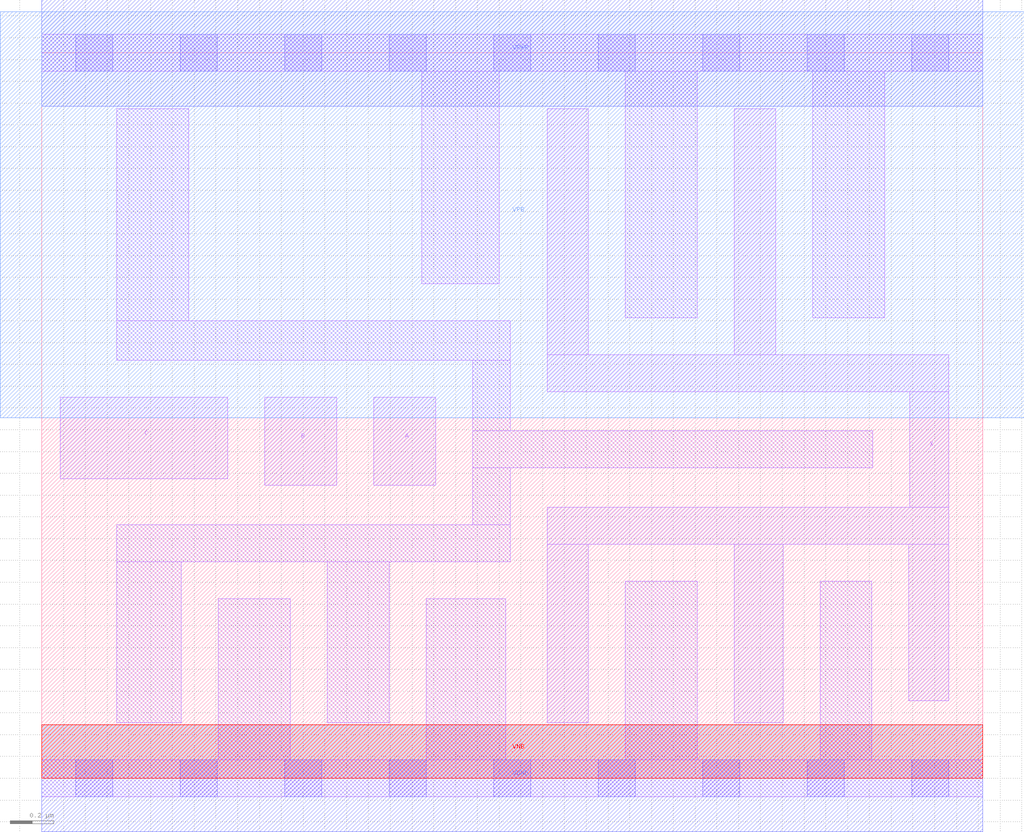
<source format=lef>
# Copyright 2020 The SkyWater PDK Authors
#
# Licensed under the Apache License, Version 2.0 (the "License");
# you may not use this file except in compliance with the License.
# You may obtain a copy of the License at
#
#     https://www.apache.org/licenses/LICENSE-2.0
#
# Unless required by applicable law or agreed to in writing, software
# distributed under the License is distributed on an "AS IS" BASIS,
# WITHOUT WARRANTIES OR CONDITIONS OF ANY KIND, either express or implied.
# See the License for the specific language governing permissions and
# limitations under the License.
#
# SPDX-License-Identifier: Apache-2.0

VERSION 5.7 ;
  NOWIREEXTENSIONATPIN ON ;
  DIVIDERCHAR "/" ;
  BUSBITCHARS "[]" ;
MACRO sky130_fd_sc_lp__or3_4
  CLASS CORE ;
  FOREIGN sky130_fd_sc_lp__or3_4 ;
  ORIGIN  0.000000  0.000000 ;
  SIZE  4.320000 BY  3.330000 ;
  SYMMETRY X Y R90 ;
  SITE unit ;
  PIN A
    ANTENNAGATEAREA  0.315000 ;
    DIRECTION INPUT ;
    USE SIGNAL ;
    PORT
      LAYER li1 ;
        RECT 1.525000 1.345000 1.810000 1.750000 ;
    END
  END A
  PIN B
    ANTENNAGATEAREA  0.315000 ;
    DIRECTION INPUT ;
    USE SIGNAL ;
    PORT
      LAYER li1 ;
        RECT 1.025000 1.345000 1.355000 1.750000 ;
    END
  END B
  PIN C
    ANTENNAGATEAREA  0.315000 ;
    DIRECTION INPUT ;
    USE SIGNAL ;
    PORT
      LAYER li1 ;
        RECT 0.085000 1.375000 0.855000 1.750000 ;
    END
  END C
  PIN X
    ANTENNADIFFAREA  1.176000 ;
    DIRECTION OUTPUT ;
    USE SIGNAL ;
    PORT
      LAYER li1 ;
        RECT 2.320000 0.255000 2.510000 1.075000 ;
        RECT 2.320000 1.075000 4.165000 1.245000 ;
        RECT 2.320000 1.775000 4.165000 1.945000 ;
        RECT 2.320000 1.945000 2.510000 3.075000 ;
        RECT 3.180000 0.255000 3.405000 1.075000 ;
        RECT 3.180000 1.945000 3.370000 3.075000 ;
        RECT 3.980000 0.355000 4.165000 1.075000 ;
        RECT 3.985000 1.245000 4.165000 1.775000 ;
    END
  END X
  PIN VGND
    DIRECTION INOUT ;
    USE GROUND ;
    PORT
      LAYER met1 ;
        RECT 0.000000 -0.245000 4.320000 0.245000 ;
    END
  END VGND
  PIN VNB
    DIRECTION INOUT ;
    USE GROUND ;
    PORT
      LAYER pwell ;
        RECT 0.000000 0.000000 4.320000 0.245000 ;
    END
  END VNB
  PIN VPB
    DIRECTION INOUT ;
    USE POWER ;
    PORT
      LAYER nwell ;
        RECT -0.190000 1.655000 4.510000 3.520000 ;
    END
  END VPB
  PIN VPWR
    DIRECTION INOUT ;
    USE POWER ;
    PORT
      LAYER met1 ;
        RECT 0.000000 3.085000 4.320000 3.575000 ;
    END
  END VPWR
  OBS
    LAYER li1 ;
      RECT 0.000000 -0.085000 4.320000 0.085000 ;
      RECT 0.000000  3.245000 4.320000 3.415000 ;
      RECT 0.345000  0.255000 0.640000 0.995000 ;
      RECT 0.345000  0.995000 2.150000 1.165000 ;
      RECT 0.345000  1.920000 2.150000 2.100000 ;
      RECT 0.345000  2.100000 0.675000 3.075000 ;
      RECT 0.810000  0.085000 1.140000 0.825000 ;
      RECT 1.310000  0.255000 1.595000 0.995000 ;
      RECT 1.745000  2.270000 2.100000 3.245000 ;
      RECT 1.765000  0.085000 2.130000 0.825000 ;
      RECT 1.980000  1.165000 2.150000 1.425000 ;
      RECT 1.980000  1.425000 3.815000 1.595000 ;
      RECT 1.980000  1.595000 2.150000 1.920000 ;
      RECT 2.680000  0.085000 3.010000 0.905000 ;
      RECT 2.680000  2.115000 3.010000 3.245000 ;
      RECT 3.540000  2.115000 3.870000 3.245000 ;
      RECT 3.575000  0.085000 3.810000 0.905000 ;
    LAYER mcon ;
      RECT 0.155000 -0.085000 0.325000 0.085000 ;
      RECT 0.155000  3.245000 0.325000 3.415000 ;
      RECT 0.635000 -0.085000 0.805000 0.085000 ;
      RECT 0.635000  3.245000 0.805000 3.415000 ;
      RECT 1.115000 -0.085000 1.285000 0.085000 ;
      RECT 1.115000  3.245000 1.285000 3.415000 ;
      RECT 1.595000 -0.085000 1.765000 0.085000 ;
      RECT 1.595000  3.245000 1.765000 3.415000 ;
      RECT 2.075000 -0.085000 2.245000 0.085000 ;
      RECT 2.075000  3.245000 2.245000 3.415000 ;
      RECT 2.555000 -0.085000 2.725000 0.085000 ;
      RECT 2.555000  3.245000 2.725000 3.415000 ;
      RECT 3.035000 -0.085000 3.205000 0.085000 ;
      RECT 3.035000  3.245000 3.205000 3.415000 ;
      RECT 3.515000 -0.085000 3.685000 0.085000 ;
      RECT 3.515000  3.245000 3.685000 3.415000 ;
      RECT 3.995000 -0.085000 4.165000 0.085000 ;
      RECT 3.995000  3.245000 4.165000 3.415000 ;
  END
END sky130_fd_sc_lp__or3_4
END LIBRARY

</source>
